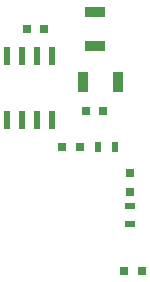
<source format=gtp>
G04 #@! TF.FileFunction,Paste,Top*
%FSLAX46Y46*%
G04 Gerber Fmt 4.6, Leading zero omitted, Abs format (unit mm)*
G04 Created by KiCad (PCBNEW 4.0.7) date Sat Jun  9 20:24:17 2018*
%MOMM*%
%LPD*%
G01*
G04 APERTURE LIST*
%ADD10C,0.100000*%
%ADD11R,0.800000X0.750000*%
%ADD12R,0.800000X0.800000*%
%ADD13R,0.500000X0.900000*%
%ADD14R,0.900000X0.500000*%
%ADD15R,0.900000X1.700000*%
%ADD16R,1.700000X0.900000*%
%ADD17R,0.600000X1.550000*%
G04 APERTURE END LIST*
D10*
D11*
X60250000Y-48000000D03*
X58750000Y-48000000D03*
X55250000Y-41000000D03*
X53750000Y-41000000D03*
X63500000Y-61500000D03*
X62000000Y-61500000D03*
D12*
X58300000Y-51000000D03*
X56700000Y-51000000D03*
X62500000Y-54800000D03*
X62500000Y-53200000D03*
D13*
X59750000Y-51000000D03*
X61250000Y-51000000D03*
D14*
X62500000Y-56000000D03*
X62500000Y-57500000D03*
D15*
X61450000Y-45500000D03*
X58550000Y-45500000D03*
D16*
X59500000Y-39550000D03*
X59500000Y-42450000D03*
D17*
X55905000Y-43300000D03*
X54635000Y-43300000D03*
X53365000Y-43300000D03*
X52095000Y-43300000D03*
X52095000Y-48700000D03*
X53365000Y-48700000D03*
X54635000Y-48700000D03*
X55905000Y-48700000D03*
M02*

</source>
